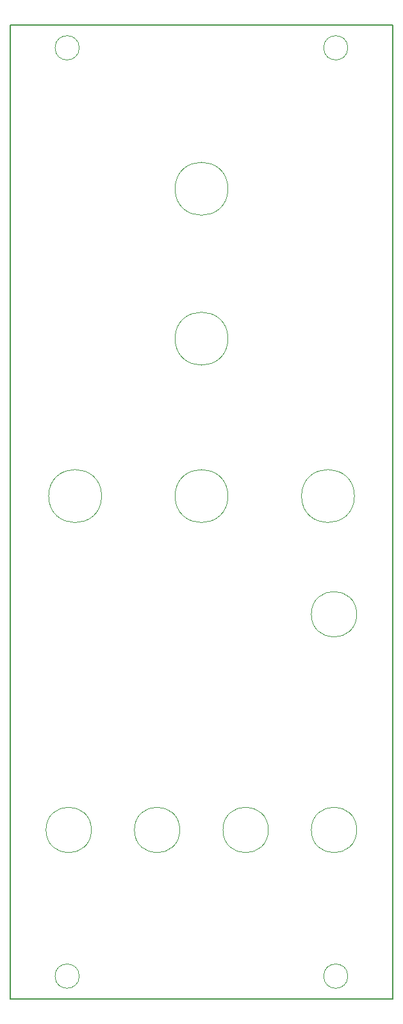
<source format=gbr>
G04 #@! TF.GenerationSoftware,KiCad,Pcbnew,7.0.2-0*
G04 #@! TF.CreationDate,2024-04-11T22:45:53+02:00*
G04 #@! TF.ProjectId,2600ish Panel,32363030-6973-4682-9050-616e656c2e6b,rev?*
G04 #@! TF.SameCoordinates,Original*
G04 #@! TF.FileFunction,Profile,NP*
%FSLAX46Y46*%
G04 Gerber Fmt 4.6, Leading zero omitted, Abs format (unit mm)*
G04 Created by KiCad (PCBNEW 7.0.2-0) date 2024-04-11 22:45:53*
%MOMM*%
%LPD*%
G01*
G04 APERTURE LIST*
G04 #@! TA.AperFunction,Profile*
%ADD10C,0.100000*%
G04 #@! TD*
G04 #@! TA.AperFunction,Profile*
%ADD11C,0.200000*%
G04 #@! TD*
G04 APERTURE END LIST*
D10*
X203500000Y-27500000D02*
G75*
G03*
X203500000Y-27500000I-1600000J0D01*
G01*
X181290000Y-130710000D02*
G75*
G03*
X181290000Y-130710000I-3000000J0D01*
G01*
X168000000Y-27500000D02*
G75*
G03*
X168000000Y-27500000I-1600000J0D01*
G01*
X192990000Y-130710000D02*
G75*
G03*
X192990000Y-130710000I-3000000J0D01*
G01*
X203500000Y-150000000D02*
G75*
G03*
X203500000Y-150000000I-1600000J0D01*
G01*
X187655726Y-86650000D02*
G75*
G03*
X187655726Y-86650000I-3495726J0D01*
G01*
X170960000Y-86650000D02*
G75*
G03*
X170960000Y-86650000I-3500000J0D01*
G01*
X169610000Y-130710000D02*
G75*
G03*
X169610000Y-130710000I-3000000J0D01*
G01*
X187655726Y-46100000D02*
G75*
G03*
X187655726Y-46100000I-3495726J0D01*
G01*
X168000000Y-150000000D02*
G75*
G03*
X168000000Y-150000000I-1600000J0D01*
G01*
X204670000Y-130710000D02*
G75*
G03*
X204670000Y-130710000I-3000000J0D01*
G01*
X187655726Y-65880000D02*
G75*
G03*
X187655726Y-65880000I-3495726J0D01*
G01*
X204370001Y-86650000D02*
G75*
G03*
X204370001Y-86650000I-3495726J0D01*
G01*
D11*
X158900000Y-24500000D02*
X209400000Y-24500000D01*
X209400000Y-153000000D01*
X158900000Y-153000000D01*
X158900000Y-24500000D01*
D10*
X204670000Y-102250000D02*
G75*
G03*
X204670000Y-102250000I-3000000J0D01*
G01*
M02*

</source>
